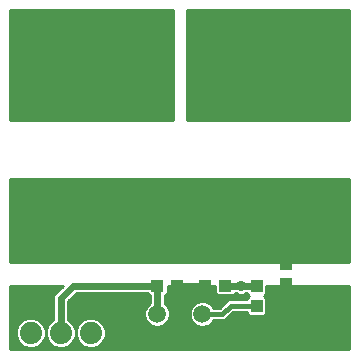
<source format=gbl>
G75*
%MOIN*%
%OFA0B0*%
%FSLAX25Y25*%
%IPPOS*%
%LPD*%
%AMOC8*
5,1,8,0,0,1.08239X$1,22.5*
%
%ADD10C,0.19685*%
%ADD11C,0.15748*%
%ADD12C,0.05906*%
%ADD13R,0.04331X0.03937*%
%ADD14R,0.03937X0.04331*%
%ADD15R,0.07400X0.07400*%
%ADD16C,0.07400*%
%ADD17C,0.01000*%
%ADD18C,0.02400*%
%ADD19C,0.03569*%
%ADD20C,0.01600*%
%ADD21C,0.03372*%
D10*
X0148669Y0117173D02*
X0168354Y0117173D01*
X0191976Y0117173D02*
X0211661Y0117173D01*
D11*
X0207724Y0117173D02*
X0191976Y0117173D01*
X0168354Y0117173D02*
X0152606Y0117173D01*
D12*
X0172646Y0032921D03*
X0180165Y0032921D03*
X0187685Y0032921D03*
D13*
X0188630Y0042370D03*
X0195323Y0042370D03*
X0179339Y0042370D03*
X0172646Y0042370D03*
D14*
X0205756Y0042370D03*
X0215598Y0042961D03*
X0215598Y0049654D03*
X0205756Y0035677D03*
D15*
X0160480Y0026622D03*
D16*
X0150480Y0026622D03*
X0140480Y0026622D03*
X0130480Y0026622D03*
D17*
X0123610Y0021248D02*
X0123610Y0042370D01*
X0141197Y0042370D01*
X0138361Y0039534D01*
X0137980Y0038615D01*
X0137980Y0030998D01*
X0137648Y0030861D01*
X0136242Y0029454D01*
X0135480Y0027617D01*
X0134719Y0029454D01*
X0133313Y0030861D01*
X0131475Y0031622D01*
X0129486Y0031622D01*
X0127648Y0030861D01*
X0126242Y0029454D01*
X0125480Y0027617D01*
X0125480Y0025627D01*
X0126242Y0023790D01*
X0127648Y0022383D01*
X0129486Y0021622D01*
X0131475Y0021622D01*
X0133313Y0022383D01*
X0134719Y0023790D01*
X0135480Y0025627D01*
X0135480Y0027617D01*
X0135480Y0025627D01*
X0136242Y0023790D01*
X0137648Y0022383D01*
X0139486Y0021622D01*
X0141475Y0021622D01*
X0143313Y0022383D01*
X0144719Y0023790D01*
X0145480Y0025627D01*
X0145480Y0027617D01*
X0144719Y0029454D01*
X0143313Y0030861D01*
X0142980Y0030998D01*
X0142980Y0037083D01*
X0145768Y0039870D01*
X0169180Y0039870D01*
X0169180Y0039863D01*
X0169942Y0039102D01*
X0170146Y0039102D01*
X0170146Y0036436D01*
X0169040Y0035330D01*
X0168393Y0033767D01*
X0168393Y0032075D01*
X0169040Y0030512D01*
X0170237Y0029316D01*
X0171800Y0028669D01*
X0173492Y0028669D01*
X0175055Y0029316D01*
X0176251Y0030512D01*
X0176898Y0032075D01*
X0176898Y0033767D01*
X0176251Y0035330D01*
X0175146Y0036436D01*
X0175146Y0039102D01*
X0175349Y0039102D01*
X0176111Y0039863D01*
X0176111Y0042370D01*
X0191857Y0042370D01*
X0191857Y0039863D01*
X0192619Y0039102D01*
X0198027Y0039102D01*
X0198788Y0039863D01*
X0198788Y0039870D01*
X0198915Y0039870D01*
X0198946Y0039839D01*
X0200044Y0039384D01*
X0201232Y0039384D01*
X0202329Y0039839D01*
X0202360Y0039870D01*
X0202487Y0039870D01*
X0202487Y0039666D01*
X0203130Y0039024D01*
X0202487Y0038381D01*
X0202487Y0037777D01*
X0196225Y0037777D01*
X0194994Y0036547D01*
X0193469Y0035021D01*
X0191418Y0035021D01*
X0191290Y0035330D01*
X0190094Y0036527D01*
X0188531Y0037174D01*
X0186839Y0037174D01*
X0185276Y0036527D01*
X0184080Y0035330D01*
X0183432Y0033767D01*
X0183432Y0032075D01*
X0184080Y0030512D01*
X0185276Y0029316D01*
X0186839Y0028669D01*
X0188531Y0028669D01*
X0190094Y0029316D01*
X0191290Y0030512D01*
X0191418Y0030821D01*
X0195208Y0030821D01*
X0197964Y0033577D01*
X0202487Y0033577D01*
X0202487Y0032973D01*
X0203249Y0032212D01*
X0208263Y0032212D01*
X0209024Y0032973D01*
X0209024Y0038381D01*
X0208382Y0039024D01*
X0209024Y0039666D01*
X0209024Y0042370D01*
X0236720Y0042370D01*
X0236720Y0021248D01*
X0123610Y0021248D01*
X0123610Y0021744D02*
X0129192Y0021744D01*
X0127289Y0022742D02*
X0123610Y0022742D01*
X0123610Y0023741D02*
X0126291Y0023741D01*
X0125848Y0024739D02*
X0123610Y0024739D01*
X0123610Y0025738D02*
X0125480Y0025738D01*
X0125480Y0026736D02*
X0123610Y0026736D01*
X0123610Y0027735D02*
X0125529Y0027735D01*
X0125943Y0028733D02*
X0123610Y0028733D01*
X0123610Y0029732D02*
X0126519Y0029732D01*
X0127517Y0030730D02*
X0123610Y0030730D01*
X0123610Y0031729D02*
X0137980Y0031729D01*
X0137980Y0032727D02*
X0123610Y0032727D01*
X0123610Y0033726D02*
X0137980Y0033726D01*
X0137980Y0034724D02*
X0123610Y0034724D01*
X0123610Y0035723D02*
X0137980Y0035723D01*
X0137980Y0036721D02*
X0123610Y0036721D01*
X0123610Y0037720D02*
X0137980Y0037720D01*
X0138023Y0038718D02*
X0123610Y0038718D01*
X0123610Y0039717D02*
X0138543Y0039717D01*
X0139542Y0040715D02*
X0123610Y0040715D01*
X0123610Y0041714D02*
X0140540Y0041714D01*
X0143617Y0037720D02*
X0170146Y0037720D01*
X0170146Y0038718D02*
X0144616Y0038718D01*
X0145615Y0039717D02*
X0169327Y0039717D01*
X0175146Y0038718D02*
X0202825Y0038718D01*
X0202487Y0039717D02*
X0202034Y0039717D01*
X0199241Y0039717D02*
X0198642Y0039717D01*
X0196167Y0037720D02*
X0175146Y0037720D01*
X0175146Y0036721D02*
X0185746Y0036721D01*
X0184472Y0035723D02*
X0175858Y0035723D01*
X0176502Y0034724D02*
X0183829Y0034724D01*
X0183432Y0033726D02*
X0176898Y0033726D01*
X0176898Y0032727D02*
X0183432Y0032727D01*
X0183576Y0031729D02*
X0176755Y0031729D01*
X0176341Y0030730D02*
X0183989Y0030730D01*
X0184860Y0029732D02*
X0175470Y0029732D01*
X0173648Y0028733D02*
X0186683Y0028733D01*
X0188687Y0028733D02*
X0236720Y0028733D01*
X0236720Y0027735D02*
X0155431Y0027735D01*
X0155480Y0027617D02*
X0154719Y0029454D01*
X0153313Y0030861D01*
X0151475Y0031622D01*
X0149486Y0031622D01*
X0147648Y0030861D01*
X0146242Y0029454D01*
X0145480Y0027617D01*
X0145480Y0025627D01*
X0146242Y0023790D01*
X0147648Y0022383D01*
X0149486Y0021622D01*
X0151475Y0021622D01*
X0153313Y0022383D01*
X0154719Y0023790D01*
X0155480Y0025627D01*
X0155480Y0027617D01*
X0155480Y0026736D02*
X0236720Y0026736D01*
X0236720Y0025738D02*
X0155480Y0025738D01*
X0155112Y0024739D02*
X0236720Y0024739D01*
X0236720Y0023741D02*
X0154670Y0023741D01*
X0153671Y0022742D02*
X0236720Y0022742D01*
X0236720Y0021744D02*
X0151768Y0021744D01*
X0149192Y0021744D02*
X0141768Y0021744D01*
X0143671Y0022742D02*
X0147289Y0022742D01*
X0146291Y0023741D02*
X0144670Y0023741D01*
X0145112Y0024739D02*
X0145848Y0024739D01*
X0145480Y0025738D02*
X0145480Y0025738D01*
X0145480Y0026736D02*
X0145480Y0026736D01*
X0145431Y0027735D02*
X0145529Y0027735D01*
X0145943Y0028733D02*
X0145018Y0028733D01*
X0144442Y0029732D02*
X0146519Y0029732D01*
X0147517Y0030730D02*
X0143443Y0030730D01*
X0142980Y0031729D02*
X0168536Y0031729D01*
X0168393Y0032727D02*
X0142980Y0032727D01*
X0142980Y0033726D02*
X0168393Y0033726D01*
X0168789Y0034724D02*
X0142980Y0034724D01*
X0142980Y0035723D02*
X0169433Y0035723D01*
X0170146Y0036721D02*
X0142980Y0036721D01*
X0137517Y0030730D02*
X0133443Y0030730D01*
X0134442Y0029732D02*
X0136519Y0029732D01*
X0135943Y0028733D02*
X0135018Y0028733D01*
X0135431Y0027735D02*
X0135529Y0027735D01*
X0135480Y0026736D02*
X0135480Y0026736D01*
X0135480Y0025738D02*
X0135480Y0025738D01*
X0135112Y0024739D02*
X0135848Y0024739D01*
X0136291Y0023741D02*
X0134670Y0023741D01*
X0133671Y0022742D02*
X0137289Y0022742D01*
X0139192Y0021744D02*
X0131768Y0021744D01*
X0153443Y0030730D02*
X0168950Y0030730D01*
X0169821Y0029732D02*
X0154442Y0029732D01*
X0155018Y0028733D02*
X0171644Y0028733D01*
X0190510Y0029732D02*
X0236720Y0029732D01*
X0236720Y0030730D02*
X0191381Y0030730D01*
X0196116Y0031729D02*
X0236720Y0031729D01*
X0236720Y0032727D02*
X0208778Y0032727D01*
X0209024Y0033726D02*
X0236720Y0033726D01*
X0236720Y0034724D02*
X0209024Y0034724D01*
X0209024Y0035723D02*
X0236720Y0035723D01*
X0236720Y0036721D02*
X0209024Y0036721D01*
X0209024Y0037720D02*
X0236720Y0037720D01*
X0236720Y0038718D02*
X0208687Y0038718D01*
X0209024Y0039717D02*
X0236720Y0039717D01*
X0236720Y0040715D02*
X0209024Y0040715D01*
X0209024Y0041714D02*
X0236720Y0041714D01*
X0236720Y0050244D02*
X0123610Y0050244D01*
X0123610Y0077803D01*
X0236720Y0077803D01*
X0236720Y0050244D01*
X0236720Y0050700D02*
X0123610Y0050700D01*
X0123610Y0051699D02*
X0236720Y0051699D01*
X0236720Y0052697D02*
X0123610Y0052697D01*
X0123610Y0053696D02*
X0236720Y0053696D01*
X0236720Y0054694D02*
X0123610Y0054694D01*
X0123610Y0055693D02*
X0236720Y0055693D01*
X0236720Y0056691D02*
X0123610Y0056691D01*
X0123610Y0057690D02*
X0236720Y0057690D01*
X0236720Y0058688D02*
X0123610Y0058688D01*
X0123610Y0059687D02*
X0236720Y0059687D01*
X0236720Y0060686D02*
X0123610Y0060686D01*
X0123610Y0061684D02*
X0236720Y0061684D01*
X0236720Y0062683D02*
X0123610Y0062683D01*
X0123610Y0063681D02*
X0236720Y0063681D01*
X0236720Y0064680D02*
X0123610Y0064680D01*
X0123610Y0065678D02*
X0236720Y0065678D01*
X0236720Y0066677D02*
X0123610Y0066677D01*
X0123610Y0067675D02*
X0236720Y0067675D01*
X0236720Y0068674D02*
X0123610Y0068674D01*
X0123610Y0069672D02*
X0236720Y0069672D01*
X0236720Y0070671D02*
X0123610Y0070671D01*
X0123610Y0071669D02*
X0236720Y0071669D01*
X0236720Y0072668D02*
X0123610Y0072668D01*
X0123610Y0073666D02*
X0236720Y0073666D01*
X0236720Y0074665D02*
X0123610Y0074665D01*
X0123610Y0075663D02*
X0236720Y0075663D01*
X0236720Y0076662D02*
X0123610Y0076662D01*
X0123610Y0077660D02*
X0236720Y0077660D01*
X0236720Y0097488D02*
X0182528Y0097488D01*
X0182528Y0134358D01*
X0236720Y0134358D01*
X0236720Y0097488D01*
X0236720Y0097630D02*
X0182528Y0097630D01*
X0182528Y0098629D02*
X0236720Y0098629D01*
X0236720Y0099627D02*
X0182528Y0099627D01*
X0182528Y0100626D02*
X0236720Y0100626D01*
X0236720Y0101624D02*
X0182528Y0101624D01*
X0182528Y0102623D02*
X0236720Y0102623D01*
X0236720Y0103621D02*
X0182528Y0103621D01*
X0182528Y0104620D02*
X0236720Y0104620D01*
X0236720Y0105619D02*
X0182528Y0105619D01*
X0182528Y0106617D02*
X0236720Y0106617D01*
X0236720Y0107616D02*
X0182528Y0107616D01*
X0182528Y0108614D02*
X0188667Y0108614D01*
X0190152Y0107999D02*
X0186780Y0109396D01*
X0184199Y0111977D01*
X0182802Y0115348D01*
X0182802Y0118998D01*
X0184199Y0122370D01*
X0186780Y0124951D01*
X0190152Y0126347D01*
X0209549Y0126347D01*
X0212921Y0124951D01*
X0215502Y0122370D01*
X0216898Y0118998D01*
X0216898Y0115348D01*
X0215502Y0111977D01*
X0212921Y0109396D01*
X0209549Y0107999D01*
X0190152Y0107999D01*
X0186563Y0109613D02*
X0182528Y0109613D01*
X0182528Y0110611D02*
X0185565Y0110611D01*
X0184566Y0111610D02*
X0182528Y0111610D01*
X0182528Y0112608D02*
X0183937Y0112608D01*
X0183524Y0113607D02*
X0182528Y0113607D01*
X0182528Y0114605D02*
X0183110Y0114605D01*
X0182802Y0115604D02*
X0182528Y0115604D01*
X0182528Y0116602D02*
X0182802Y0116602D01*
X0182802Y0117601D02*
X0182528Y0117601D01*
X0182528Y0118599D02*
X0182802Y0118599D01*
X0183051Y0119598D02*
X0182528Y0119598D01*
X0182528Y0120596D02*
X0183464Y0120596D01*
X0183878Y0121595D02*
X0182528Y0121595D01*
X0182528Y0122593D02*
X0184422Y0122593D01*
X0185421Y0123592D02*
X0182528Y0123592D01*
X0182528Y0124590D02*
X0186419Y0124590D01*
X0188320Y0125589D02*
X0182528Y0125589D01*
X0182528Y0126587D02*
X0236720Y0126587D01*
X0236720Y0125589D02*
X0211380Y0125589D01*
X0213281Y0124590D02*
X0236720Y0124590D01*
X0236720Y0123592D02*
X0214280Y0123592D01*
X0215278Y0122593D02*
X0236720Y0122593D01*
X0236720Y0121595D02*
X0215823Y0121595D01*
X0216236Y0120596D02*
X0236720Y0120596D01*
X0236720Y0119598D02*
X0216650Y0119598D01*
X0216898Y0118599D02*
X0236720Y0118599D01*
X0236720Y0117601D02*
X0216898Y0117601D01*
X0216898Y0116602D02*
X0236720Y0116602D01*
X0236720Y0115604D02*
X0216898Y0115604D01*
X0216591Y0114605D02*
X0236720Y0114605D01*
X0236720Y0113607D02*
X0216177Y0113607D01*
X0215763Y0112608D02*
X0236720Y0112608D01*
X0236720Y0111610D02*
X0215135Y0111610D01*
X0214136Y0110611D02*
X0236720Y0110611D01*
X0236720Y0109613D02*
X0213138Y0109613D01*
X0211034Y0108614D02*
X0236720Y0108614D01*
X0236720Y0127586D02*
X0182528Y0127586D01*
X0182528Y0128584D02*
X0236720Y0128584D01*
X0236720Y0129583D02*
X0182528Y0129583D01*
X0182528Y0130581D02*
X0236720Y0130581D01*
X0236720Y0131580D02*
X0182528Y0131580D01*
X0182528Y0132578D02*
X0236720Y0132578D01*
X0236720Y0133577D02*
X0182528Y0133577D01*
X0177803Y0133577D02*
X0123610Y0133577D01*
X0123610Y0134358D02*
X0177803Y0134358D01*
X0177803Y0097488D01*
X0123610Y0097488D01*
X0123610Y0134358D01*
X0123610Y0132578D02*
X0177803Y0132578D01*
X0177803Y0131580D02*
X0123610Y0131580D01*
X0123610Y0130581D02*
X0177803Y0130581D01*
X0177803Y0129583D02*
X0123610Y0129583D01*
X0123610Y0128584D02*
X0177803Y0128584D01*
X0177803Y0127586D02*
X0123610Y0127586D01*
X0123610Y0126587D02*
X0177803Y0126587D01*
X0177803Y0125589D02*
X0172010Y0125589D01*
X0173551Y0124951D02*
X0170179Y0126347D01*
X0150781Y0126347D01*
X0147410Y0124951D01*
X0144829Y0122370D01*
X0143432Y0118998D01*
X0143432Y0115348D01*
X0144829Y0111977D01*
X0147410Y0109396D01*
X0150781Y0107999D01*
X0170179Y0107999D01*
X0173551Y0109396D01*
X0176132Y0111977D01*
X0177528Y0115348D01*
X0177528Y0118998D01*
X0176132Y0122370D01*
X0173551Y0124951D01*
X0173911Y0124590D02*
X0177803Y0124590D01*
X0177803Y0123592D02*
X0174910Y0123592D01*
X0175908Y0122593D02*
X0177803Y0122593D01*
X0177803Y0121595D02*
X0176453Y0121595D01*
X0176866Y0120596D02*
X0177803Y0120596D01*
X0177803Y0119598D02*
X0177280Y0119598D01*
X0177528Y0118599D02*
X0177803Y0118599D01*
X0177803Y0117601D02*
X0177528Y0117601D01*
X0177528Y0116602D02*
X0177803Y0116602D01*
X0177803Y0115604D02*
X0177528Y0115604D01*
X0177803Y0114605D02*
X0177220Y0114605D01*
X0176807Y0113607D02*
X0177803Y0113607D01*
X0177803Y0112608D02*
X0176393Y0112608D01*
X0175765Y0111610D02*
X0177803Y0111610D01*
X0177803Y0110611D02*
X0174766Y0110611D01*
X0173768Y0109613D02*
X0177803Y0109613D01*
X0177803Y0108614D02*
X0171664Y0108614D01*
X0177803Y0107616D02*
X0123610Y0107616D01*
X0123610Y0108614D02*
X0149297Y0108614D01*
X0147193Y0109613D02*
X0123610Y0109613D01*
X0123610Y0110611D02*
X0146194Y0110611D01*
X0145196Y0111610D02*
X0123610Y0111610D01*
X0123610Y0112608D02*
X0144567Y0112608D01*
X0144154Y0113607D02*
X0123610Y0113607D01*
X0123610Y0114605D02*
X0143740Y0114605D01*
X0143432Y0115604D02*
X0123610Y0115604D01*
X0123610Y0116602D02*
X0143432Y0116602D01*
X0143432Y0117601D02*
X0123610Y0117601D01*
X0123610Y0118599D02*
X0143432Y0118599D01*
X0143681Y0119598D02*
X0123610Y0119598D01*
X0123610Y0120596D02*
X0144094Y0120596D01*
X0144508Y0121595D02*
X0123610Y0121595D01*
X0123610Y0122593D02*
X0145052Y0122593D01*
X0146051Y0123592D02*
X0123610Y0123592D01*
X0123610Y0124590D02*
X0147049Y0124590D01*
X0148950Y0125589D02*
X0123610Y0125589D01*
X0123610Y0106617D02*
X0177803Y0106617D01*
X0177803Y0105619D02*
X0123610Y0105619D01*
X0123610Y0104620D02*
X0177803Y0104620D01*
X0177803Y0103621D02*
X0123610Y0103621D01*
X0123610Y0102623D02*
X0177803Y0102623D01*
X0177803Y0101624D02*
X0123610Y0101624D01*
X0123610Y0100626D02*
X0177803Y0100626D01*
X0177803Y0099627D02*
X0123610Y0099627D01*
X0123610Y0098629D02*
X0177803Y0098629D01*
X0177803Y0097630D02*
X0123610Y0097630D01*
X0176111Y0041714D02*
X0191857Y0041714D01*
X0191857Y0040715D02*
X0176111Y0040715D01*
X0175965Y0039717D02*
X0192004Y0039717D01*
X0189624Y0036721D02*
X0195169Y0036721D01*
X0194170Y0035723D02*
X0190898Y0035723D01*
X0197114Y0032727D02*
X0202734Y0032727D01*
D18*
X0180165Y0032921D02*
X0180165Y0041543D01*
X0179339Y0042370D01*
X0188630Y0042370D01*
X0195323Y0042370D02*
X0200638Y0042370D01*
X0205756Y0042370D01*
X0172646Y0042370D02*
X0172646Y0032921D01*
X0172646Y0042370D02*
X0144732Y0042370D01*
X0140480Y0038118D01*
X0140480Y0026622D01*
D19*
X0152606Y0109299D03*
X0147882Y0110874D03*
X0145126Y0114811D03*
X0145126Y0119535D03*
X0147882Y0123472D03*
X0152606Y0125047D03*
X0158118Y0125047D03*
X0163236Y0125047D03*
X0168354Y0125047D03*
X0173079Y0123472D03*
X0175835Y0119535D03*
X0184496Y0119535D03*
X0184496Y0114811D03*
X0187252Y0110874D03*
X0191976Y0109299D03*
X0197488Y0109299D03*
X0202606Y0109299D03*
X0207724Y0109299D03*
X0212449Y0110874D03*
X0215205Y0114811D03*
X0215205Y0119535D03*
X0212449Y0123472D03*
X0207724Y0125047D03*
X0202606Y0125047D03*
X0197488Y0125047D03*
X0191976Y0125047D03*
X0187252Y0123472D03*
X0175835Y0114811D03*
X0173079Y0110874D03*
X0168354Y0109299D03*
X0163236Y0109299D03*
X0158118Y0109299D03*
D20*
X0197094Y0035677D02*
X0205756Y0035677D01*
X0197094Y0035677D02*
X0194339Y0032921D01*
X0187685Y0032921D01*
D21*
X0200638Y0042370D03*
M02*

</source>
